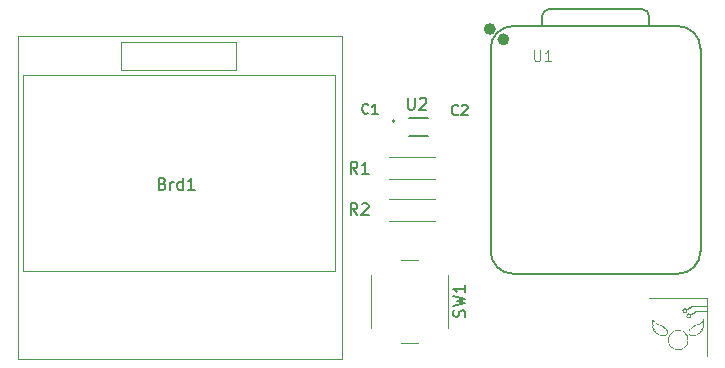
<source format=gbr>
%TF.GenerationSoftware,KiCad,Pcbnew,9.0.3*%
%TF.CreationDate,2025-08-02T05:50:16+03:00*%
%TF.ProjectId,LuminanceMeter,4c756d69-6e61-46e6-9365-4d657465722e,V0.1*%
%TF.SameCoordinates,Original*%
%TF.FileFunction,Legend,Top*%
%TF.FilePolarity,Positive*%
%FSLAX46Y46*%
G04 Gerber Fmt 4.6, Leading zero omitted, Abs format (unit mm)*
G04 Created by KiCad (PCBNEW 9.0.3) date 2025-08-02 05:50:16*
%MOMM*%
%LPD*%
G01*
G04 APERTURE LIST*
%ADD10C,0.150000*%
%ADD11C,0.101600*%
%ADD12C,0.120000*%
%ADD13C,0.000000*%
%ADD14C,0.127000*%
%ADD15C,0.200000*%
%ADD16C,0.100000*%
%ADD17C,0.504000*%
G04 APERTURE END LIST*
D10*
X88333333Y-72785009D02*
X88476190Y-72832628D01*
X88476190Y-72832628D02*
X88523809Y-72880247D01*
X88523809Y-72880247D02*
X88571428Y-72975485D01*
X88571428Y-72975485D02*
X88571428Y-73118342D01*
X88571428Y-73118342D02*
X88523809Y-73213580D01*
X88523809Y-73213580D02*
X88476190Y-73261200D01*
X88476190Y-73261200D02*
X88380952Y-73308819D01*
X88380952Y-73308819D02*
X88000000Y-73308819D01*
X88000000Y-73308819D02*
X88000000Y-72308819D01*
X88000000Y-72308819D02*
X88333333Y-72308819D01*
X88333333Y-72308819D02*
X88428571Y-72356438D01*
X88428571Y-72356438D02*
X88476190Y-72404057D01*
X88476190Y-72404057D02*
X88523809Y-72499295D01*
X88523809Y-72499295D02*
X88523809Y-72594533D01*
X88523809Y-72594533D02*
X88476190Y-72689771D01*
X88476190Y-72689771D02*
X88428571Y-72737390D01*
X88428571Y-72737390D02*
X88333333Y-72785009D01*
X88333333Y-72785009D02*
X88000000Y-72785009D01*
X89000000Y-73308819D02*
X89000000Y-72642152D01*
X89000000Y-72832628D02*
X89047619Y-72737390D01*
X89047619Y-72737390D02*
X89095238Y-72689771D01*
X89095238Y-72689771D02*
X89190476Y-72642152D01*
X89190476Y-72642152D02*
X89285714Y-72642152D01*
X90047619Y-73308819D02*
X90047619Y-72308819D01*
X90047619Y-73261200D02*
X89952381Y-73308819D01*
X89952381Y-73308819D02*
X89761905Y-73308819D01*
X89761905Y-73308819D02*
X89666667Y-73261200D01*
X89666667Y-73261200D02*
X89619048Y-73213580D01*
X89619048Y-73213580D02*
X89571429Y-73118342D01*
X89571429Y-73118342D02*
X89571429Y-72832628D01*
X89571429Y-72832628D02*
X89619048Y-72737390D01*
X89619048Y-72737390D02*
X89666667Y-72689771D01*
X89666667Y-72689771D02*
X89761905Y-72642152D01*
X89761905Y-72642152D02*
X89952381Y-72642152D01*
X89952381Y-72642152D02*
X90047619Y-72689771D01*
X91047619Y-73308819D02*
X90476191Y-73308819D01*
X90761905Y-73308819D02*
X90761905Y-72308819D01*
X90761905Y-72308819D02*
X90666667Y-72451676D01*
X90666667Y-72451676D02*
X90571429Y-72546914D01*
X90571429Y-72546914D02*
X90476191Y-72594533D01*
X104833333Y-75454819D02*
X104500000Y-74978628D01*
X104261905Y-75454819D02*
X104261905Y-74454819D01*
X104261905Y-74454819D02*
X104642857Y-74454819D01*
X104642857Y-74454819D02*
X104738095Y-74502438D01*
X104738095Y-74502438D02*
X104785714Y-74550057D01*
X104785714Y-74550057D02*
X104833333Y-74645295D01*
X104833333Y-74645295D02*
X104833333Y-74788152D01*
X104833333Y-74788152D02*
X104785714Y-74883390D01*
X104785714Y-74883390D02*
X104738095Y-74931009D01*
X104738095Y-74931009D02*
X104642857Y-74978628D01*
X104642857Y-74978628D02*
X104261905Y-74978628D01*
X105214286Y-74550057D02*
X105261905Y-74502438D01*
X105261905Y-74502438D02*
X105357143Y-74454819D01*
X105357143Y-74454819D02*
X105595238Y-74454819D01*
X105595238Y-74454819D02*
X105690476Y-74502438D01*
X105690476Y-74502438D02*
X105738095Y-74550057D01*
X105738095Y-74550057D02*
X105785714Y-74645295D01*
X105785714Y-74645295D02*
X105785714Y-74740533D01*
X105785714Y-74740533D02*
X105738095Y-74883390D01*
X105738095Y-74883390D02*
X105166667Y-75454819D01*
X105166667Y-75454819D02*
X105785714Y-75454819D01*
X109112117Y-65516645D02*
X109112117Y-66327207D01*
X109112117Y-66327207D02*
X109159797Y-66422567D01*
X109159797Y-66422567D02*
X109207478Y-66470248D01*
X109207478Y-66470248D02*
X109302838Y-66517928D01*
X109302838Y-66517928D02*
X109493558Y-66517928D01*
X109493558Y-66517928D02*
X109588919Y-66470248D01*
X109588919Y-66470248D02*
X109636599Y-66422567D01*
X109636599Y-66422567D02*
X109684279Y-66327207D01*
X109684279Y-66327207D02*
X109684279Y-65516645D01*
X110113400Y-65612005D02*
X110161080Y-65564325D01*
X110161080Y-65564325D02*
X110256441Y-65516645D01*
X110256441Y-65516645D02*
X110494841Y-65516645D01*
X110494841Y-65516645D02*
X110590202Y-65564325D01*
X110590202Y-65564325D02*
X110637882Y-65612005D01*
X110637882Y-65612005D02*
X110685562Y-65707365D01*
X110685562Y-65707365D02*
X110685562Y-65802726D01*
X110685562Y-65802726D02*
X110637882Y-65945766D01*
X110637882Y-65945766D02*
X110065720Y-66517928D01*
X110065720Y-66517928D02*
X110685562Y-66517928D01*
X104833333Y-71954819D02*
X104500000Y-71478628D01*
X104261905Y-71954819D02*
X104261905Y-70954819D01*
X104261905Y-70954819D02*
X104642857Y-70954819D01*
X104642857Y-70954819D02*
X104738095Y-71002438D01*
X104738095Y-71002438D02*
X104785714Y-71050057D01*
X104785714Y-71050057D02*
X104833333Y-71145295D01*
X104833333Y-71145295D02*
X104833333Y-71288152D01*
X104833333Y-71288152D02*
X104785714Y-71383390D01*
X104785714Y-71383390D02*
X104738095Y-71431009D01*
X104738095Y-71431009D02*
X104642857Y-71478628D01*
X104642857Y-71478628D02*
X104261905Y-71478628D01*
X105785714Y-71954819D02*
X105214286Y-71954819D01*
X105500000Y-71954819D02*
X105500000Y-70954819D01*
X105500000Y-70954819D02*
X105404762Y-71097676D01*
X105404762Y-71097676D02*
X105309524Y-71192914D01*
X105309524Y-71192914D02*
X105214286Y-71240533D01*
X113907200Y-84083332D02*
X113954819Y-83940475D01*
X113954819Y-83940475D02*
X113954819Y-83702380D01*
X113954819Y-83702380D02*
X113907200Y-83607142D01*
X113907200Y-83607142D02*
X113859580Y-83559523D01*
X113859580Y-83559523D02*
X113764342Y-83511904D01*
X113764342Y-83511904D02*
X113669104Y-83511904D01*
X113669104Y-83511904D02*
X113573866Y-83559523D01*
X113573866Y-83559523D02*
X113526247Y-83607142D01*
X113526247Y-83607142D02*
X113478628Y-83702380D01*
X113478628Y-83702380D02*
X113431009Y-83892856D01*
X113431009Y-83892856D02*
X113383390Y-83988094D01*
X113383390Y-83988094D02*
X113335771Y-84035713D01*
X113335771Y-84035713D02*
X113240533Y-84083332D01*
X113240533Y-84083332D02*
X113145295Y-84083332D01*
X113145295Y-84083332D02*
X113050057Y-84035713D01*
X113050057Y-84035713D02*
X113002438Y-83988094D01*
X113002438Y-83988094D02*
X112954819Y-83892856D01*
X112954819Y-83892856D02*
X112954819Y-83654761D01*
X112954819Y-83654761D02*
X113002438Y-83511904D01*
X112954819Y-83178570D02*
X113954819Y-82940475D01*
X113954819Y-82940475D02*
X113240533Y-82749999D01*
X113240533Y-82749999D02*
X113954819Y-82559523D01*
X113954819Y-82559523D02*
X112954819Y-82321428D01*
X113954819Y-81416666D02*
X113954819Y-81988094D01*
X113954819Y-81702380D02*
X112954819Y-81702380D01*
X112954819Y-81702380D02*
X113097676Y-81797618D01*
X113097676Y-81797618D02*
X113192914Y-81892856D01*
X113192914Y-81892856D02*
X113240533Y-81988094D01*
D11*
X119814285Y-61511073D02*
X119814285Y-62239644D01*
X119814285Y-62239644D02*
X119857142Y-62325358D01*
X119857142Y-62325358D02*
X119900000Y-62368216D01*
X119900000Y-62368216D02*
X119985714Y-62411073D01*
X119985714Y-62411073D02*
X120157142Y-62411073D01*
X120157142Y-62411073D02*
X120242857Y-62368216D01*
X120242857Y-62368216D02*
X120285714Y-62325358D01*
X120285714Y-62325358D02*
X120328571Y-62239644D01*
X120328571Y-62239644D02*
X120328571Y-61511073D01*
X121228571Y-62411073D02*
X120714285Y-62411073D01*
X120971428Y-62411073D02*
X120971428Y-61511073D01*
X120971428Y-61511073D02*
X120885714Y-61639644D01*
X120885714Y-61639644D02*
X120799999Y-61725358D01*
X120799999Y-61725358D02*
X120714285Y-61768216D01*
D10*
X105763333Y-66804474D02*
X105722857Y-66844951D01*
X105722857Y-66844951D02*
X105601428Y-66885427D01*
X105601428Y-66885427D02*
X105520476Y-66885427D01*
X105520476Y-66885427D02*
X105399047Y-66844951D01*
X105399047Y-66844951D02*
X105318095Y-66763998D01*
X105318095Y-66763998D02*
X105277618Y-66683046D01*
X105277618Y-66683046D02*
X105237142Y-66521141D01*
X105237142Y-66521141D02*
X105237142Y-66399712D01*
X105237142Y-66399712D02*
X105277618Y-66237808D01*
X105277618Y-66237808D02*
X105318095Y-66156855D01*
X105318095Y-66156855D02*
X105399047Y-66075903D01*
X105399047Y-66075903D02*
X105520476Y-66035427D01*
X105520476Y-66035427D02*
X105601428Y-66035427D01*
X105601428Y-66035427D02*
X105722857Y-66075903D01*
X105722857Y-66075903D02*
X105763333Y-66116379D01*
X106572857Y-66885427D02*
X106087142Y-66885427D01*
X106329999Y-66885427D02*
X106329999Y-66035427D01*
X106329999Y-66035427D02*
X106249047Y-66156855D01*
X106249047Y-66156855D02*
X106168095Y-66237808D01*
X106168095Y-66237808D02*
X106087142Y-66278284D01*
X113358333Y-66899474D02*
X113317857Y-66939951D01*
X113317857Y-66939951D02*
X113196428Y-66980427D01*
X113196428Y-66980427D02*
X113115476Y-66980427D01*
X113115476Y-66980427D02*
X112994047Y-66939951D01*
X112994047Y-66939951D02*
X112913095Y-66858998D01*
X112913095Y-66858998D02*
X112872618Y-66778046D01*
X112872618Y-66778046D02*
X112832142Y-66616141D01*
X112832142Y-66616141D02*
X112832142Y-66494712D01*
X112832142Y-66494712D02*
X112872618Y-66332808D01*
X112872618Y-66332808D02*
X112913095Y-66251855D01*
X112913095Y-66251855D02*
X112994047Y-66170903D01*
X112994047Y-66170903D02*
X113115476Y-66130427D01*
X113115476Y-66130427D02*
X113196428Y-66130427D01*
X113196428Y-66130427D02*
X113317857Y-66170903D01*
X113317857Y-66170903D02*
X113358333Y-66211379D01*
X113682142Y-66211379D02*
X113722618Y-66170903D01*
X113722618Y-66170903D02*
X113803571Y-66130427D01*
X113803571Y-66130427D02*
X114005952Y-66130427D01*
X114005952Y-66130427D02*
X114086904Y-66170903D01*
X114086904Y-66170903D02*
X114127380Y-66211379D01*
X114127380Y-66211379D02*
X114167857Y-66292331D01*
X114167857Y-66292331D02*
X114167857Y-66373284D01*
X114167857Y-66373284D02*
X114127380Y-66494712D01*
X114127380Y-66494712D02*
X113641666Y-66980427D01*
X113641666Y-66980427D02*
X114167857Y-66980427D01*
D12*
%TO.C,Brd1*%
X76100000Y-60300000D02*
X103500000Y-60300000D01*
X76100000Y-87600000D02*
X76100000Y-60300000D01*
X76522000Y-63595000D02*
X99622000Y-63595000D01*
X76522000Y-80195000D02*
X76522000Y-63595000D01*
X84801000Y-60789000D02*
X84801000Y-63202000D01*
X84801000Y-60789000D02*
X94580000Y-60789000D01*
X94580000Y-60789000D02*
X94580000Y-63202000D01*
X94580000Y-63202000D02*
X84801000Y-63202000D01*
X99622000Y-63595000D02*
X102708000Y-63595000D01*
X99622000Y-80195000D02*
X76522000Y-80195000D01*
X99622000Y-80195000D02*
X102962000Y-80220000D01*
X102962000Y-63583000D02*
X102708000Y-63595000D01*
X102962000Y-80220000D02*
X102962000Y-63583000D01*
X103500000Y-60300000D02*
X103500000Y-87600000D01*
X103500000Y-87600000D02*
X76100000Y-87600000D01*
%TO.C,R2*%
X111380000Y-74080000D02*
X107540000Y-74080000D01*
X111380000Y-75920000D02*
X107540000Y-75920000D01*
D13*
%TO.C,G\u002A\u002A\u002A*%
G36*
X132060094Y-85167543D02*
G01*
X132110936Y-85170103D01*
X132153234Y-85175031D01*
X132192697Y-85182890D01*
X132215000Y-85188596D01*
X132340677Y-85232667D01*
X132455663Y-85293221D01*
X132558873Y-85369196D01*
X132649217Y-85459532D01*
X132725609Y-85563166D01*
X132786963Y-85679039D01*
X132826065Y-85785000D01*
X132837401Y-85824684D01*
X132845104Y-85859174D01*
X132849851Y-85894185D01*
X132852316Y-85935431D01*
X132853173Y-85988626D01*
X132853217Y-86015000D01*
X132852456Y-86080094D01*
X132849896Y-86130936D01*
X132844968Y-86173234D01*
X132837109Y-86212697D01*
X132831403Y-86235000D01*
X132787925Y-86359093D01*
X132728486Y-86472680D01*
X132654530Y-86574599D01*
X132567503Y-86663687D01*
X132468852Y-86738781D01*
X132360021Y-86798718D01*
X132242458Y-86842336D01*
X132117608Y-86868471D01*
X132035000Y-86875470D01*
X131959514Y-86875830D01*
X131891626Y-86871424D01*
X131853415Y-86865894D01*
X131722728Y-86831307D01*
X131602330Y-86779929D01*
X131493221Y-86712660D01*
X131396404Y-86630401D01*
X131312880Y-86534052D01*
X131243649Y-86424513D01*
X131189714Y-86302684D01*
X131173934Y-86255000D01*
X131162598Y-86215315D01*
X131154895Y-86180825D01*
X131150148Y-86145814D01*
X131147683Y-86104568D01*
X131147051Y-86065359D01*
X131212354Y-86065359D01*
X131227327Y-86181497D01*
X131259948Y-86295430D01*
X131310635Y-86405142D01*
X131339972Y-86453394D01*
X131414839Y-86549599D01*
X131502741Y-86632135D01*
X131601479Y-86700087D01*
X131708853Y-86752536D01*
X131822665Y-86788566D01*
X131940716Y-86807260D01*
X132060805Y-86807702D01*
X132157292Y-86794209D01*
X132275777Y-86759943D01*
X132385430Y-86708809D01*
X132484855Y-86642435D01*
X132572656Y-86562448D01*
X132647437Y-86470473D01*
X132707803Y-86368138D01*
X132752359Y-86257069D01*
X132779708Y-86138893D01*
X132787573Y-86059541D01*
X132784216Y-85932139D01*
X132761880Y-85810672D01*
X132720911Y-85696006D01*
X132661656Y-85589009D01*
X132584460Y-85490547D01*
X132543949Y-85449243D01*
X132448216Y-85371172D01*
X132343810Y-85310081D01*
X132232826Y-85266162D01*
X132117357Y-85239607D01*
X131999497Y-85230606D01*
X131881341Y-85239351D01*
X131764983Y-85266033D01*
X131652517Y-85310844D01*
X131566605Y-85359972D01*
X131469737Y-85435106D01*
X131387594Y-85522144D01*
X131320592Y-85619072D01*
X131269149Y-85723873D01*
X131233683Y-85834531D01*
X131214612Y-85949032D01*
X131212354Y-86065359D01*
X131147051Y-86065359D01*
X131146826Y-86051373D01*
X131146782Y-86025000D01*
X131147543Y-85959905D01*
X131150103Y-85909063D01*
X131155031Y-85866765D01*
X131162890Y-85827302D01*
X131168596Y-85805000D01*
X131212667Y-85679322D01*
X131273221Y-85564336D01*
X131349196Y-85461126D01*
X131439532Y-85370782D01*
X131543166Y-85294390D01*
X131659039Y-85233036D01*
X131765000Y-85193934D01*
X131804684Y-85182598D01*
X131839174Y-85174895D01*
X131874185Y-85170148D01*
X131915431Y-85167683D01*
X131968626Y-85166826D01*
X131995000Y-85166782D01*
X132060094Y-85167543D01*
G37*
G36*
X134500000Y-85000000D02*
G01*
X134500000Y-87500000D01*
X132000000Y-87500000D01*
X129500000Y-87500000D01*
X129500000Y-87450000D01*
X129550000Y-87450000D01*
X132000000Y-87450000D01*
X134450000Y-87450000D01*
X134450000Y-85575000D01*
X134450000Y-83700000D01*
X133997500Y-83700481D01*
X133545000Y-83700963D01*
X133326620Y-83818066D01*
X133108240Y-83935169D01*
X133106557Y-83990084D01*
X133095939Y-84052079D01*
X133069979Y-84105954D01*
X133031512Y-84149461D01*
X132983373Y-84180351D01*
X132928400Y-84196375D01*
X132869426Y-84195284D01*
X132852500Y-84191583D01*
X132793890Y-84167118D01*
X132747691Y-84129992D01*
X132714823Y-84083416D01*
X132696207Y-84030600D01*
X132693036Y-83979202D01*
X132780654Y-83979202D01*
X132785020Y-84024795D01*
X132795125Y-84050243D01*
X132822663Y-84083383D01*
X132861299Y-84103513D01*
X132905844Y-84109233D01*
X132951111Y-84099143D01*
X132960327Y-84094830D01*
X132986476Y-84074515D01*
X133004830Y-84050327D01*
X133019002Y-84004393D01*
X133016057Y-83959876D01*
X132998200Y-83920573D01*
X132967639Y-83890278D01*
X132926579Y-83872787D01*
X132900000Y-83870000D01*
X132854063Y-83878725D01*
X132817386Y-83902367D01*
X132792179Y-83937126D01*
X132780654Y-83979202D01*
X132693036Y-83979202D01*
X132692762Y-83974755D01*
X132705409Y-83919093D01*
X132735069Y-83866823D01*
X132753453Y-83846019D01*
X132804748Y-83807322D01*
X132861675Y-83786148D01*
X132920859Y-83782824D01*
X132978922Y-83797675D01*
X133019034Y-83820450D01*
X133059719Y-83849922D01*
X133294088Y-83724961D01*
X133528456Y-83599999D01*
X133989228Y-83599999D01*
X134450000Y-83600000D01*
X134450000Y-83425000D01*
X134450000Y-83250000D01*
X133827500Y-83250481D01*
X133205000Y-83250963D01*
X132985000Y-83369017D01*
X132765000Y-83487071D01*
X132768233Y-83527243D01*
X132764299Y-83587515D01*
X132744512Y-83644779D01*
X132711416Y-83694163D01*
X132667555Y-83730797D01*
X132659565Y-83735224D01*
X132603381Y-83754606D01*
X132547791Y-83756669D01*
X132495221Y-83743661D01*
X132448093Y-83717831D01*
X132408833Y-83681427D01*
X132379864Y-83636696D01*
X132363610Y-83585887D01*
X132362758Y-83544075D01*
X132451545Y-83544075D01*
X132454974Y-83585861D01*
X132472508Y-83622082D01*
X132501203Y-83649794D01*
X132538113Y-83666051D01*
X132580293Y-83667907D01*
X132620327Y-83654830D01*
X132654057Y-83627984D01*
X132672937Y-83593097D01*
X132678018Y-83554259D01*
X132670354Y-83515556D01*
X132650998Y-83481075D01*
X132621002Y-83454906D01*
X132581419Y-83441135D01*
X132565000Y-83440000D01*
X132524356Y-83448680D01*
X132487747Y-83471485D01*
X132465169Y-83499672D01*
X132451545Y-83544075D01*
X132362758Y-83544075D01*
X132362496Y-83531248D01*
X132378946Y-83475026D01*
X132378958Y-83475000D01*
X132413739Y-83420933D01*
X132459428Y-83381690D01*
X132512914Y-83358397D01*
X132571086Y-83352176D01*
X132630833Y-83364152D01*
X132655805Y-83374958D01*
X132684256Y-83388777D01*
X132705276Y-83397859D01*
X132712287Y-83399958D01*
X132722713Y-83395444D01*
X132748378Y-83382701D01*
X132786898Y-83362959D01*
X132835893Y-83337451D01*
X132892979Y-83307408D01*
X132954015Y-83274999D01*
X133188456Y-83149999D01*
X133819228Y-83149999D01*
X134450000Y-83150000D01*
X134450000Y-82850000D01*
X134450000Y-82550000D01*
X132000000Y-82550000D01*
X129550000Y-82550000D01*
X129550000Y-85000000D01*
X129550000Y-87450000D01*
X129500000Y-87450000D01*
X129500000Y-85000000D01*
X129500000Y-82500000D01*
X132000000Y-82500000D01*
X134500000Y-82500000D01*
X134500000Y-85000000D01*
G37*
G36*
X129872851Y-84270894D02*
G01*
X129903145Y-84313135D01*
X129941907Y-84362499D01*
X129983970Y-84412778D01*
X130024171Y-84457762D01*
X130051914Y-84486144D01*
X130133791Y-84559297D01*
X130212815Y-84617885D01*
X130294638Y-84665441D01*
X130384913Y-84705502D01*
X130428233Y-84721477D01*
X130588401Y-84786739D01*
X130734180Y-84865422D01*
X130866509Y-84958102D01*
X130980686Y-85059703D01*
X131020907Y-85100437D01*
X131049574Y-85131799D01*
X131069781Y-85158039D01*
X131084618Y-85183407D01*
X131097178Y-85212152D01*
X131103186Y-85228072D01*
X131124707Y-85305604D01*
X131129045Y-85375886D01*
X131116264Y-85441798D01*
X131108272Y-85463146D01*
X131072264Y-85533857D01*
X131029721Y-85587312D01*
X130978157Y-85625839D01*
X130915084Y-85651767D01*
X130903456Y-85654981D01*
X130864218Y-85661739D01*
X130810212Y-85666308D01*
X130746547Y-85668694D01*
X130678336Y-85668902D01*
X130610687Y-85666938D01*
X130548712Y-85662807D01*
X130497522Y-85656514D01*
X130486774Y-85654557D01*
X130425034Y-85638486D01*
X130380733Y-85617740D01*
X130351601Y-85591046D01*
X130340904Y-85572659D01*
X130327978Y-85551490D01*
X130308543Y-85538892D01*
X130279944Y-85530922D01*
X130205621Y-85510784D01*
X130146731Y-85485918D01*
X130104360Y-85457093D01*
X130079592Y-85425078D01*
X130073514Y-85390641D01*
X130074307Y-85385172D01*
X130076492Y-85367483D01*
X130072222Y-85355585D01*
X130057630Y-85345309D01*
X130028850Y-85332485D01*
X130023301Y-85330180D01*
X129980828Y-85308166D01*
X129940432Y-85279540D01*
X129905966Y-85247917D01*
X129881285Y-85216912D01*
X129870243Y-85190141D01*
X129870000Y-85186383D01*
X129877829Y-85159445D01*
X129897062Y-85131820D01*
X129921317Y-85111968D01*
X129928500Y-85108833D01*
X129928573Y-85100176D01*
X129915534Y-85080746D01*
X129891147Y-85053138D01*
X129889420Y-85051338D01*
X129843542Y-84996709D01*
X129815303Y-84946693D01*
X129804935Y-84902100D01*
X129812669Y-84863736D01*
X129829094Y-84840905D01*
X129838921Y-84829745D01*
X129842412Y-84818297D01*
X129839413Y-84800770D01*
X129829774Y-84771376D01*
X129827070Y-84763660D01*
X129816216Y-84720357D01*
X129808003Y-84663093D01*
X129802612Y-84597394D01*
X129800226Y-84528787D01*
X129800427Y-84512263D01*
X129865504Y-84512263D01*
X129865868Y-84557664D01*
X129868081Y-84601383D01*
X129869799Y-84620000D01*
X129877959Y-84682843D01*
X129887452Y-84730415D01*
X129899390Y-84767444D01*
X129909752Y-84789537D01*
X129916945Y-84822600D01*
X129906489Y-84856761D01*
X129888478Y-84879271D01*
X129874505Y-84895608D01*
X129873561Y-84912099D01*
X129879523Y-84928850D01*
X129892598Y-84949297D01*
X129916844Y-84978320D01*
X129948104Y-85011647D01*
X129982220Y-85045007D01*
X130015036Y-85074127D01*
X130038330Y-85092032D01*
X130053822Y-85104982D01*
X130055211Y-85118173D01*
X130047401Y-85135263D01*
X130031494Y-85155289D01*
X130006781Y-85164446D01*
X129994898Y-85165912D01*
X129959765Y-85172532D01*
X129943856Y-85184332D01*
X129947226Y-85201265D01*
X129950348Y-85205419D01*
X129969601Y-85221025D01*
X130002741Y-85240610D01*
X130044713Y-85261729D01*
X130090461Y-85281940D01*
X130134931Y-85298800D01*
X130159256Y-85306390D01*
X130190701Y-85316155D01*
X130212650Y-85324924D01*
X130220000Y-85330310D01*
X130212381Y-85339451D01*
X130192998Y-85354813D01*
X130179643Y-85364049D01*
X130157408Y-85381318D01*
X130145694Y-85395582D01*
X130145321Y-85400520D01*
X130163256Y-85415791D01*
X130197175Y-85432496D01*
X130243284Y-85449098D01*
X130297791Y-85464060D01*
X130307777Y-85466365D01*
X130390554Y-85484942D01*
X130396570Y-85522568D01*
X130401294Y-85544134D01*
X130410216Y-85557476D01*
X130428498Y-85567085D01*
X130458793Y-85576719D01*
X130542787Y-85594352D01*
X130642290Y-85602800D01*
X130754992Y-85601960D01*
X130852560Y-85594585D01*
X130913769Y-85581360D01*
X130963733Y-85554454D01*
X131004425Y-85512158D01*
X131037818Y-85452767D01*
X131049409Y-85424282D01*
X131062832Y-85365344D01*
X131058704Y-85305741D01*
X131036609Y-85244423D01*
X130996128Y-85180336D01*
X130936846Y-85112428D01*
X130918463Y-85094173D01*
X130802284Y-84994988D01*
X130671865Y-84908816D01*
X130526569Y-84835279D01*
X130394764Y-84783758D01*
X130299128Y-84743209D01*
X130200823Y-84687960D01*
X130105068Y-84621689D01*
X130017086Y-84548076D01*
X129942097Y-84470799D01*
X129930000Y-84456314D01*
X129907084Y-84429039D01*
X129888947Y-84409120D01*
X129879247Y-84400560D01*
X129878935Y-84400485D01*
X129873705Y-84409293D01*
X129869603Y-84433746D01*
X129866809Y-84469514D01*
X129865504Y-84512263D01*
X129800427Y-84512263D01*
X129801028Y-84462799D01*
X129805198Y-84404955D01*
X129812919Y-84360782D01*
X129813707Y-84357967D01*
X129825018Y-84327983D01*
X129839724Y-84300240D01*
X129854830Y-84279149D01*
X129867340Y-84269120D01*
X129872851Y-84270894D01*
G37*
G36*
X134136257Y-84271055D02*
G01*
X134150169Y-84285335D01*
X134165608Y-84309329D01*
X134179570Y-84338633D01*
X134186292Y-84357967D01*
X134194398Y-84401220D01*
X134198864Y-84458569D01*
X134199876Y-84524479D01*
X134197622Y-84593418D01*
X134192291Y-84659849D01*
X134184070Y-84718240D01*
X134173145Y-84763056D01*
X134172498Y-84764936D01*
X134161365Y-84797707D01*
X134156832Y-84817277D01*
X134158763Y-84829275D01*
X134167021Y-84839330D01*
X134170608Y-84842713D01*
X134191313Y-84874416D01*
X134194117Y-84913411D01*
X134179315Y-84958680D01*
X134147197Y-85009207D01*
X134110579Y-85051338D01*
X134085588Y-85079341D01*
X134071842Y-85099317D01*
X134071105Y-85108670D01*
X134071499Y-85108833D01*
X134096016Y-85124774D01*
X134117395Y-85150985D01*
X134129253Y-85179006D01*
X134130000Y-85186383D01*
X134121533Y-85212385D01*
X134098709Y-85243030D01*
X134065389Y-85274713D01*
X134025436Y-85303832D01*
X133982713Y-85326781D01*
X133976920Y-85329220D01*
X133945614Y-85342449D01*
X133929056Y-85352567D01*
X133923417Y-85363876D01*
X133924869Y-85380674D01*
X133925937Y-85386479D01*
X133924041Y-85418666D01*
X133905259Y-85448223D01*
X133868895Y-85475613D01*
X133814251Y-85501300D01*
X133740632Y-85525748D01*
X133700388Y-85536658D01*
X133672753Y-85548891D01*
X133660182Y-85569261D01*
X133659964Y-85570150D01*
X133644489Y-85596507D01*
X133613213Y-85621271D01*
X133570297Y-85641617D01*
X133542094Y-85650185D01*
X133506010Y-85656283D01*
X133455607Y-85661003D01*
X133395411Y-85664301D01*
X133329948Y-85666133D01*
X133263744Y-85666453D01*
X133201327Y-85665218D01*
X133147221Y-85662384D01*
X133105953Y-85657905D01*
X133090000Y-85654624D01*
X133035236Y-85635072D01*
X132991630Y-85607964D01*
X132954887Y-85569552D01*
X132920713Y-85516088D01*
X132911531Y-85498899D01*
X132891115Y-85458569D01*
X132878619Y-85429416D01*
X132872415Y-85405042D01*
X132870872Y-85379050D01*
X132871353Y-85368099D01*
X132934696Y-85368099D01*
X132939460Y-85392546D01*
X132950085Y-85422932D01*
X132978842Y-85486933D01*
X133012489Y-85533865D01*
X133054483Y-85566352D01*
X133108284Y-85587013D01*
X133177351Y-85598471D01*
X133182311Y-85598947D01*
X133258640Y-85602999D01*
X133341979Y-85602423D01*
X133423202Y-85597503D01*
X133488200Y-85589389D01*
X133537674Y-85578796D01*
X133570767Y-85565379D01*
X133591086Y-85546909D01*
X133602241Y-85521156D01*
X133602891Y-85518522D01*
X133609825Y-85496008D01*
X133620968Y-85484032D01*
X133642689Y-85477597D01*
X133658251Y-85475082D01*
X133702984Y-85466161D01*
X133749558Y-85453180D01*
X133792535Y-85438048D01*
X133826474Y-85422668D01*
X133845495Y-85409452D01*
X133853910Y-85397867D01*
X133851983Y-85388092D01*
X133837139Y-85375413D01*
X133820889Y-85364401D01*
X133797191Y-85347455D01*
X133782433Y-85334470D01*
X133780000Y-85330561D01*
X133788791Y-85324475D01*
X133811315Y-85316244D01*
X133829872Y-85310999D01*
X133865182Y-85299715D01*
X133907513Y-85282904D01*
X133951874Y-85262954D01*
X133993273Y-85242251D01*
X134026718Y-85223186D01*
X134047215Y-85208145D01*
X134049076Y-85206134D01*
X134056741Y-85187487D01*
X134045712Y-85173817D01*
X134016851Y-85165914D01*
X134003917Y-85164728D01*
X133975106Y-85159105D01*
X133957521Y-85143681D01*
X133952808Y-85135665D01*
X133944763Y-85116651D01*
X133948240Y-85103593D01*
X133965682Y-85088072D01*
X133966880Y-85087146D01*
X134007820Y-85053089D01*
X134047860Y-85015537D01*
X134082640Y-84978933D01*
X134107802Y-84947720D01*
X134115116Y-84936082D01*
X134133467Y-84902007D01*
X134106733Y-84870236D01*
X134089983Y-84848327D01*
X134080676Y-84832261D01*
X134080000Y-84829443D01*
X134083009Y-84816318D01*
X134091005Y-84789413D01*
X134102445Y-84753849D01*
X134106165Y-84742710D01*
X134117673Y-84705789D01*
X134125334Y-84672378D01*
X134129932Y-84636512D01*
X134132247Y-84592224D01*
X134133040Y-84537709D01*
X134132843Y-84489184D01*
X134131793Y-84448159D01*
X134130055Y-84418636D01*
X134127797Y-84404617D01*
X134127492Y-84404159D01*
X134118166Y-84407472D01*
X134101130Y-84422781D01*
X134088843Y-84436449D01*
X134011623Y-84519407D01*
X133925087Y-84596790D01*
X133833193Y-84665742D01*
X133739901Y-84723406D01*
X133649171Y-84766926D01*
X133611908Y-84780586D01*
X133455083Y-84841819D01*
X133310440Y-84918332D01*
X133178700Y-85009700D01*
X133086497Y-85089919D01*
X133039179Y-85137084D01*
X133004662Y-85176744D01*
X132979899Y-85213597D01*
X132961844Y-85252338D01*
X132947451Y-85297665D01*
X132944503Y-85308874D01*
X132936530Y-85343355D01*
X132934696Y-85368099D01*
X132871353Y-85368099D01*
X132872365Y-85345042D01*
X132872365Y-85345038D01*
X132879045Y-85284591D01*
X132892470Y-85232585D01*
X132914907Y-85184607D01*
X132948623Y-85136245D01*
X132995886Y-85083088D01*
X133019106Y-85059480D01*
X133140758Y-84952366D01*
X133276323Y-84859344D01*
X133425132Y-84780822D01*
X133578845Y-84719792D01*
X133626458Y-84702266D01*
X133673433Y-84682714D01*
X133712107Y-84664402D01*
X133723845Y-84657976D01*
X133816875Y-84596259D01*
X133908519Y-84521944D01*
X133992958Y-84440249D01*
X134064374Y-84356394D01*
X134072841Y-84345000D01*
X134096171Y-84313004D01*
X134114655Y-84287656D01*
X134125400Y-84272922D01*
X134126880Y-84270894D01*
X134136257Y-84271055D01*
G37*
D14*
%TO.C,U2*%
X109220000Y-68800000D02*
X110780000Y-68800000D01*
X110780000Y-67200000D02*
X109220000Y-67200000D01*
D15*
X108000000Y-67500000D02*
G75*
G02*
X107800000Y-67500000I-100000J0D01*
G01*
X107800000Y-67500000D02*
G75*
G02*
X108000000Y-67500000I100000J0D01*
G01*
D12*
%TO.C,R1*%
X111380000Y-70580000D02*
X107540000Y-70580000D01*
X111380000Y-72420000D02*
X107540000Y-72420000D01*
%TO.C,SW1*%
X106000000Y-80500000D02*
X106000000Y-85000000D01*
X108500000Y-86250000D02*
X110000000Y-86250000D01*
X110000000Y-79250000D02*
X108500000Y-79250000D01*
X112500000Y-85000000D02*
X112500000Y-80500000D01*
D14*
%TO.C,U1*%
X116110000Y-78509000D02*
X116110000Y-61364000D01*
X118015000Y-80414000D02*
X131985000Y-80414000D01*
X120505000Y-59459000D02*
X120508728Y-58548728D01*
X121008728Y-58049000D02*
X129004000Y-58049000D01*
X129504000Y-58549000D02*
X129504000Y-59459000D01*
D16*
X131985000Y-59459000D02*
X118015000Y-59459000D01*
D14*
X131985000Y-59459000D02*
X118015000Y-59459000D01*
X133890000Y-78509000D02*
X133890000Y-61364000D01*
X116110000Y-61364000D02*
G75*
G02*
X118015000Y-59459000I1905001J-1D01*
G01*
X118015000Y-80414000D02*
G75*
G02*
X116110000Y-78509000I1J1905001D01*
G01*
X120508728Y-58548728D02*
G75*
G02*
X121008728Y-58049001I500018J-291D01*
G01*
X129004000Y-58049000D02*
G75*
G02*
X129504000Y-58549000I0J-500000D01*
G01*
X131985000Y-59459000D02*
G75*
G02*
X133890000Y-61364000I0J-1905000D01*
G01*
X133890000Y-78509000D02*
G75*
G02*
X131985000Y-80414000I-1905000J0D01*
G01*
D17*
X116302000Y-59700000D02*
G75*
G02*
X115798000Y-59700000I-252000J0D01*
G01*
X115798000Y-59700000D02*
G75*
G02*
X116302000Y-59700000I252000J0D01*
G01*
X117445000Y-60580000D02*
G75*
G02*
X116941000Y-60580000I-252000J0D01*
G01*
X116941000Y-60580000D02*
G75*
G02*
X117445000Y-60580000I252000J0D01*
G01*
%TD*%
M02*

</source>
